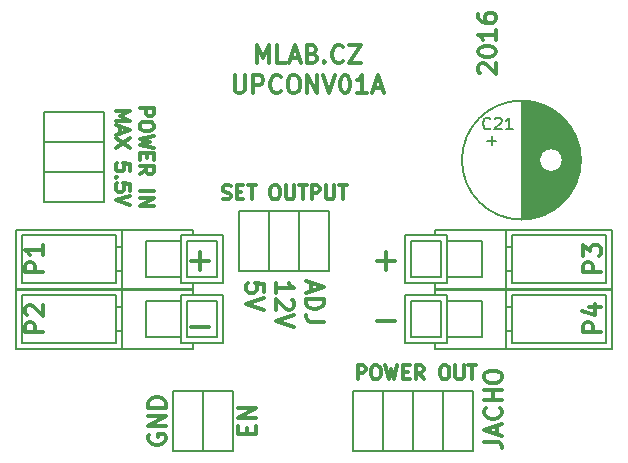
<source format=gbr>
G04 #@! TF.FileFunction,Legend,Top*
%FSLAX46Y46*%
G04 Gerber Fmt 4.6, Leading zero omitted, Abs format (unit mm)*
G04 Created by KiCad (PCBNEW (2016-09-17 revision 679eef1)-makepkg) date 09/26/16 15:43:46*
%MOMM*%
%LPD*%
G01*
G04 APERTURE LIST*
%ADD10C,0.500000*%
%ADD11C,0.300000*%
%ADD12C,0.150000*%
%ADD13C,0.304800*%
G04 APERTURE END LIST*
D10*
D11*
X8601142Y30301714D02*
X9801142Y30301714D01*
X8944000Y29901714D01*
X9801142Y29501714D01*
X8601142Y29501714D01*
X8944000Y28987428D02*
X8944000Y28416000D01*
X8601142Y29101714D02*
X9801142Y28701714D01*
X8601142Y28301714D01*
X9801142Y28016000D02*
X8601142Y27216000D01*
X9801142Y27216000D02*
X8601142Y28016000D01*
X9801142Y25273142D02*
X9801142Y25844571D01*
X9229714Y25901714D01*
X9286857Y25844571D01*
X9344000Y25730285D01*
X9344000Y25444571D01*
X9286857Y25330285D01*
X9229714Y25273142D01*
X9115428Y25216000D01*
X8829714Y25216000D01*
X8715428Y25273142D01*
X8658285Y25330285D01*
X8601142Y25444571D01*
X8601142Y25730285D01*
X8658285Y25844571D01*
X8715428Y25901714D01*
X8715428Y24701714D02*
X8658285Y24644571D01*
X8601142Y24701714D01*
X8658285Y24758857D01*
X8715428Y24701714D01*
X8601142Y24701714D01*
X9801142Y23558857D02*
X9801142Y24130285D01*
X9229714Y24187428D01*
X9286857Y24130285D01*
X9344000Y24016000D01*
X9344000Y23730285D01*
X9286857Y23616000D01*
X9229714Y23558857D01*
X9115428Y23501714D01*
X8829714Y23501714D01*
X8715428Y23558857D01*
X8658285Y23616000D01*
X8601142Y23730285D01*
X8601142Y24016000D01*
X8658285Y24130285D01*
X8715428Y24187428D01*
X9801142Y23158857D02*
X8601142Y22758857D01*
X9801142Y22358857D01*
X10633142Y30558857D02*
X11833142Y30558857D01*
X11833142Y30101714D01*
X11776000Y29987428D01*
X11718857Y29930285D01*
X11604571Y29873142D01*
X11433142Y29873142D01*
X11318857Y29930285D01*
X11261714Y29987428D01*
X11204571Y30101714D01*
X11204571Y30558857D01*
X11833142Y29130285D02*
X11833142Y28901714D01*
X11776000Y28787428D01*
X11661714Y28673142D01*
X11433142Y28616000D01*
X11033142Y28616000D01*
X10804571Y28673142D01*
X10690285Y28787428D01*
X10633142Y28901714D01*
X10633142Y29130285D01*
X10690285Y29244571D01*
X10804571Y29358857D01*
X11033142Y29416000D01*
X11433142Y29416000D01*
X11661714Y29358857D01*
X11776000Y29244571D01*
X11833142Y29130285D01*
X11833142Y28216000D02*
X10633142Y27930285D01*
X11490285Y27701714D01*
X10633142Y27473142D01*
X11833142Y27187428D01*
X11261714Y26730285D02*
X11261714Y26330285D01*
X10633142Y26158857D02*
X10633142Y26730285D01*
X11833142Y26730285D01*
X11833142Y26158857D01*
X10633142Y24958857D02*
X11204571Y25358857D01*
X10633142Y25644571D02*
X11833142Y25644571D01*
X11833142Y25187428D01*
X11776000Y25073142D01*
X11718857Y25016000D01*
X11604571Y24958857D01*
X11433142Y24958857D01*
X11318857Y25016000D01*
X11261714Y25073142D01*
X11204571Y25187428D01*
X11204571Y25644571D01*
X10633142Y23530285D02*
X11833142Y23530285D01*
X10633142Y22958857D02*
X11833142Y22958857D01*
X10633142Y22273142D01*
X11833142Y22273142D01*
X11442000Y2921142D02*
X11370571Y2778285D01*
X11370571Y2564000D01*
X11442000Y2349714D01*
X11584857Y2206857D01*
X11727714Y2135428D01*
X12013428Y2064000D01*
X12227714Y2064000D01*
X12513428Y2135428D01*
X12656285Y2206857D01*
X12799142Y2349714D01*
X12870571Y2564000D01*
X12870571Y2706857D01*
X12799142Y2921142D01*
X12727714Y2992571D01*
X12227714Y2992571D01*
X12227714Y2706857D01*
X12870571Y3635428D02*
X11370571Y3635428D01*
X12870571Y4492571D01*
X11370571Y4492571D01*
X12870571Y5206857D02*
X11370571Y5206857D01*
X11370571Y5564000D01*
X11442000Y5778285D01*
X11584857Y5921142D01*
X11727714Y5992571D01*
X12013428Y6064000D01*
X12227714Y6064000D01*
X12513428Y5992571D01*
X12656285Y5921142D01*
X12799142Y5778285D01*
X12870571Y5564000D01*
X12870571Y5206857D01*
X19704857Y2956857D02*
X19704857Y3456857D01*
X20490571Y3671142D02*
X20490571Y2956857D01*
X18990571Y2956857D01*
X18990571Y3671142D01*
X20490571Y4314000D02*
X18990571Y4314000D01*
X20490571Y5171142D01*
X18990571Y5171142D01*
X14986095Y12049142D02*
X16509904Y12049142D01*
X30734095Y12557142D02*
X32257904Y12557142D01*
X14986095Y17637142D02*
X16509904Y17637142D01*
X15748000Y16875238D02*
X15748000Y18399047D01*
X30734095Y17637142D02*
X32257904Y17637142D01*
X31496000Y16875238D02*
X31496000Y18399047D01*
X29093142Y7585142D02*
X29093142Y8785142D01*
X29550285Y8785142D01*
X29664571Y8728000D01*
X29721714Y8670857D01*
X29778857Y8556571D01*
X29778857Y8385142D01*
X29721714Y8270857D01*
X29664571Y8213714D01*
X29550285Y8156571D01*
X29093142Y8156571D01*
X30521714Y8785142D02*
X30750285Y8785142D01*
X30864571Y8728000D01*
X30978857Y8613714D01*
X31036000Y8385142D01*
X31036000Y7985142D01*
X30978857Y7756571D01*
X30864571Y7642285D01*
X30750285Y7585142D01*
X30521714Y7585142D01*
X30407428Y7642285D01*
X30293142Y7756571D01*
X30236000Y7985142D01*
X30236000Y8385142D01*
X30293142Y8613714D01*
X30407428Y8728000D01*
X30521714Y8785142D01*
X31436000Y8785142D02*
X31721714Y7585142D01*
X31950285Y8442285D01*
X32178857Y7585142D01*
X32464571Y8785142D01*
X32921714Y8213714D02*
X33321714Y8213714D01*
X33493142Y7585142D02*
X32921714Y7585142D01*
X32921714Y8785142D01*
X33493142Y8785142D01*
X34693142Y7585142D02*
X34293142Y8156571D01*
X34007428Y7585142D02*
X34007428Y8785142D01*
X34464571Y8785142D01*
X34578857Y8728000D01*
X34636000Y8670857D01*
X34693142Y8556571D01*
X34693142Y8385142D01*
X34636000Y8270857D01*
X34578857Y8213714D01*
X34464571Y8156571D01*
X34007428Y8156571D01*
X36350285Y8785142D02*
X36578857Y8785142D01*
X36693142Y8728000D01*
X36807428Y8613714D01*
X36864571Y8385142D01*
X36864571Y7985142D01*
X36807428Y7756571D01*
X36693142Y7642285D01*
X36578857Y7585142D01*
X36350285Y7585142D01*
X36236000Y7642285D01*
X36121714Y7756571D01*
X36064571Y7985142D01*
X36064571Y8385142D01*
X36121714Y8613714D01*
X36236000Y8728000D01*
X36350285Y8785142D01*
X37378857Y8785142D02*
X37378857Y7813714D01*
X37436000Y7699428D01*
X37493142Y7642285D01*
X37607428Y7585142D01*
X37836000Y7585142D01*
X37950285Y7642285D01*
X38007428Y7699428D01*
X38064571Y7813714D01*
X38064571Y8785142D01*
X38464571Y8785142D02*
X39150285Y8785142D01*
X38807428Y7585142D02*
X38807428Y8785142D01*
X25150000Y15775285D02*
X25150000Y15061000D01*
X24721428Y15918142D02*
X26221428Y15418142D01*
X24721428Y14918142D01*
X24721428Y14418142D02*
X26221428Y14418142D01*
X26221428Y14061000D01*
X26150000Y13846714D01*
X26007142Y13703857D01*
X25864285Y13632428D01*
X25578571Y13561000D01*
X25364285Y13561000D01*
X25078571Y13632428D01*
X24935714Y13703857D01*
X24792857Y13846714D01*
X24721428Y14061000D01*
X24721428Y14418142D01*
X26221428Y12489571D02*
X25150000Y12489571D01*
X24935714Y12561000D01*
X24792857Y12703857D01*
X24721428Y12918142D01*
X24721428Y13061000D01*
X22181428Y14918142D02*
X22181428Y15775285D01*
X22181428Y15346714D02*
X23681428Y15346714D01*
X23467142Y15489571D01*
X23324285Y15632428D01*
X23252857Y15775285D01*
X23538571Y14346714D02*
X23610000Y14275285D01*
X23681428Y14132428D01*
X23681428Y13775285D01*
X23610000Y13632428D01*
X23538571Y13561000D01*
X23395714Y13489571D01*
X23252857Y13489571D01*
X23038571Y13561000D01*
X22181428Y14418142D01*
X22181428Y13489571D01*
X23681428Y13061000D02*
X22181428Y12561000D01*
X23681428Y12061000D01*
X21141428Y14989571D02*
X21141428Y15703857D01*
X20427142Y15775285D01*
X20498571Y15703857D01*
X20570000Y15561000D01*
X20570000Y15203857D01*
X20498571Y15061000D01*
X20427142Y14989571D01*
X20284285Y14918142D01*
X19927142Y14918142D01*
X19784285Y14989571D01*
X19712857Y15061000D01*
X19641428Y15203857D01*
X19641428Y15561000D01*
X19712857Y15703857D01*
X19784285Y15775285D01*
X21141428Y14489571D02*
X19641428Y13989571D01*
X21141428Y13489571D01*
X17660000Y22882285D02*
X17831428Y22825142D01*
X18117142Y22825142D01*
X18231428Y22882285D01*
X18288571Y22939428D01*
X18345714Y23053714D01*
X18345714Y23168000D01*
X18288571Y23282285D01*
X18231428Y23339428D01*
X18117142Y23396571D01*
X17888571Y23453714D01*
X17774285Y23510857D01*
X17717142Y23568000D01*
X17660000Y23682285D01*
X17660000Y23796571D01*
X17717142Y23910857D01*
X17774285Y23968000D01*
X17888571Y24025142D01*
X18174285Y24025142D01*
X18345714Y23968000D01*
X18860000Y23453714D02*
X19260000Y23453714D01*
X19431428Y22825142D02*
X18860000Y22825142D01*
X18860000Y24025142D01*
X19431428Y24025142D01*
X19774285Y24025142D02*
X20460000Y24025142D01*
X20117142Y22825142D02*
X20117142Y24025142D01*
X22002857Y24025142D02*
X22231428Y24025142D01*
X22345714Y23968000D01*
X22460000Y23853714D01*
X22517142Y23625142D01*
X22517142Y23225142D01*
X22460000Y22996571D01*
X22345714Y22882285D01*
X22231428Y22825142D01*
X22002857Y22825142D01*
X21888571Y22882285D01*
X21774285Y22996571D01*
X21717142Y23225142D01*
X21717142Y23625142D01*
X21774285Y23853714D01*
X21888571Y23968000D01*
X22002857Y24025142D01*
X23031428Y24025142D02*
X23031428Y23053714D01*
X23088571Y22939428D01*
X23145714Y22882285D01*
X23260000Y22825142D01*
X23488571Y22825142D01*
X23602857Y22882285D01*
X23660000Y22939428D01*
X23717142Y23053714D01*
X23717142Y24025142D01*
X24117142Y24025142D02*
X24802857Y24025142D01*
X24460000Y22825142D02*
X24460000Y24025142D01*
X25202857Y22825142D02*
X25202857Y24025142D01*
X25660000Y24025142D01*
X25774285Y23968000D01*
X25831428Y23910857D01*
X25888571Y23796571D01*
X25888571Y23625142D01*
X25831428Y23510857D01*
X25774285Y23453714D01*
X25660000Y23396571D01*
X25202857Y23396571D01*
X26402857Y24025142D02*
X26402857Y23053714D01*
X26460000Y22939428D01*
X26517142Y22882285D01*
X26631428Y22825142D01*
X26860000Y22825142D01*
X26974285Y22882285D01*
X27031428Y22939428D01*
X27088571Y23053714D01*
X27088571Y24025142D01*
X27488571Y24025142D02*
X28174285Y24025142D01*
X27831428Y22825142D02*
X27831428Y24025142D01*
X39818571Y2330000D02*
X40890000Y2330000D01*
X41104285Y2258571D01*
X41247142Y2115714D01*
X41318571Y1901428D01*
X41318571Y1758571D01*
X40890000Y2972857D02*
X40890000Y3687142D01*
X41318571Y2830000D02*
X39818571Y3330000D01*
X41318571Y3830000D01*
X41175714Y5187142D02*
X41247142Y5115714D01*
X41318571Y4901428D01*
X41318571Y4758571D01*
X41247142Y4544285D01*
X41104285Y4401428D01*
X40961428Y4330000D01*
X40675714Y4258571D01*
X40461428Y4258571D01*
X40175714Y4330000D01*
X40032857Y4401428D01*
X39890000Y4544285D01*
X39818571Y4758571D01*
X39818571Y4901428D01*
X39890000Y5115714D01*
X39961428Y5187142D01*
X41318571Y5830000D02*
X39818571Y5830000D01*
X40532857Y5830000D02*
X40532857Y6687142D01*
X41318571Y6687142D02*
X39818571Y6687142D01*
X39818571Y7687142D02*
X39818571Y7972857D01*
X39890000Y8115714D01*
X40032857Y8258571D01*
X40318571Y8330000D01*
X40818571Y8330000D01*
X41104285Y8258571D01*
X41247142Y8115714D01*
X41318571Y7972857D01*
X41318571Y7687142D01*
X41247142Y7544285D01*
X41104285Y7401428D01*
X40818571Y7330000D01*
X40318571Y7330000D01*
X40032857Y7401428D01*
X39890000Y7544285D01*
X39818571Y7687142D01*
X39453428Y33496571D02*
X39382000Y33568000D01*
X39310571Y33710857D01*
X39310571Y34068000D01*
X39382000Y34210857D01*
X39453428Y34282285D01*
X39596285Y34353714D01*
X39739142Y34353714D01*
X39953428Y34282285D01*
X40810571Y33425142D01*
X40810571Y34353714D01*
X39310571Y35282285D02*
X39310571Y35425142D01*
X39382000Y35568000D01*
X39453428Y35639428D01*
X39596285Y35710857D01*
X39882000Y35782285D01*
X40239142Y35782285D01*
X40524857Y35710857D01*
X40667714Y35639428D01*
X40739142Y35568000D01*
X40810571Y35425142D01*
X40810571Y35282285D01*
X40739142Y35139428D01*
X40667714Y35068000D01*
X40524857Y34996571D01*
X40239142Y34925142D01*
X39882000Y34925142D01*
X39596285Y34996571D01*
X39453428Y35068000D01*
X39382000Y35139428D01*
X39310571Y35282285D01*
X40810571Y37210857D02*
X40810571Y36353714D01*
X40810571Y36782285D02*
X39310571Y36782285D01*
X39524857Y36639428D01*
X39667714Y36496571D01*
X39739142Y36353714D01*
X39310571Y38496571D02*
X39310571Y38210857D01*
X39382000Y38068000D01*
X39453428Y37996571D01*
X39667714Y37853714D01*
X39953428Y37782285D01*
X40524857Y37782285D01*
X40667714Y37853714D01*
X40739142Y37925142D01*
X40810571Y38068000D01*
X40810571Y38353714D01*
X40739142Y38496571D01*
X40667714Y38568000D01*
X40524857Y38639428D01*
X40167714Y38639428D01*
X40024857Y38568000D01*
X39953428Y38496571D01*
X39882000Y38353714D01*
X39882000Y38068000D01*
X39953428Y37925142D01*
X40024857Y37853714D01*
X40167714Y37782285D01*
X20570571Y34373428D02*
X20570571Y35873428D01*
X21070571Y34802000D01*
X21570571Y35873428D01*
X21570571Y34373428D01*
X22999142Y34373428D02*
X22284857Y34373428D01*
X22284857Y35873428D01*
X23427714Y34802000D02*
X24142000Y34802000D01*
X23284857Y34373428D02*
X23784857Y35873428D01*
X24284857Y34373428D01*
X25284857Y35159142D02*
X25499142Y35087714D01*
X25570571Y35016285D01*
X25642000Y34873428D01*
X25642000Y34659142D01*
X25570571Y34516285D01*
X25499142Y34444857D01*
X25356285Y34373428D01*
X24784857Y34373428D01*
X24784857Y35873428D01*
X25284857Y35873428D01*
X25427714Y35802000D01*
X25499142Y35730571D01*
X25570571Y35587714D01*
X25570571Y35444857D01*
X25499142Y35302000D01*
X25427714Y35230571D01*
X25284857Y35159142D01*
X24784857Y35159142D01*
X26284857Y34516285D02*
X26356285Y34444857D01*
X26284857Y34373428D01*
X26213428Y34444857D01*
X26284857Y34516285D01*
X26284857Y34373428D01*
X27856285Y34516285D02*
X27784857Y34444857D01*
X27570571Y34373428D01*
X27427714Y34373428D01*
X27213428Y34444857D01*
X27070571Y34587714D01*
X26999142Y34730571D01*
X26927714Y35016285D01*
X26927714Y35230571D01*
X26999142Y35516285D01*
X27070571Y35659142D01*
X27213428Y35802000D01*
X27427714Y35873428D01*
X27570571Y35873428D01*
X27784857Y35802000D01*
X27856285Y35730571D01*
X28356285Y35873428D02*
X29356285Y35873428D01*
X28356285Y34373428D01*
X29356285Y34373428D01*
X18677714Y33333428D02*
X18677714Y32119142D01*
X18749142Y31976285D01*
X18820571Y31904857D01*
X18963428Y31833428D01*
X19249142Y31833428D01*
X19392000Y31904857D01*
X19463428Y31976285D01*
X19534857Y32119142D01*
X19534857Y33333428D01*
X20249142Y31833428D02*
X20249142Y33333428D01*
X20820571Y33333428D01*
X20963428Y33262000D01*
X21034857Y33190571D01*
X21106285Y33047714D01*
X21106285Y32833428D01*
X21034857Y32690571D01*
X20963428Y32619142D01*
X20820571Y32547714D01*
X20249142Y32547714D01*
X22606285Y31976285D02*
X22534857Y31904857D01*
X22320571Y31833428D01*
X22177714Y31833428D01*
X21963428Y31904857D01*
X21820571Y32047714D01*
X21749142Y32190571D01*
X21677714Y32476285D01*
X21677714Y32690571D01*
X21749142Y32976285D01*
X21820571Y33119142D01*
X21963428Y33262000D01*
X22177714Y33333428D01*
X22320571Y33333428D01*
X22534857Y33262000D01*
X22606285Y33190571D01*
X23534857Y33333428D02*
X23820571Y33333428D01*
X23963428Y33262000D01*
X24106285Y33119142D01*
X24177714Y32833428D01*
X24177714Y32333428D01*
X24106285Y32047714D01*
X23963428Y31904857D01*
X23820571Y31833428D01*
X23534857Y31833428D01*
X23392000Y31904857D01*
X23249142Y32047714D01*
X23177714Y32333428D01*
X23177714Y32833428D01*
X23249142Y33119142D01*
X23392000Y33262000D01*
X23534857Y33333428D01*
X24820571Y31833428D02*
X24820571Y33333428D01*
X25677714Y31833428D01*
X25677714Y33333428D01*
X26177714Y33333428D02*
X26677714Y31833428D01*
X27177714Y33333428D01*
X27963428Y33333428D02*
X28106285Y33333428D01*
X28249142Y33262000D01*
X28320571Y33190571D01*
X28392000Y33047714D01*
X28463428Y32762000D01*
X28463428Y32404857D01*
X28392000Y32119142D01*
X28320571Y31976285D01*
X28249142Y31904857D01*
X28106285Y31833428D01*
X27963428Y31833428D01*
X27820571Y31904857D01*
X27749142Y31976285D01*
X27677714Y32119142D01*
X27606285Y32404857D01*
X27606285Y32762000D01*
X27677714Y33047714D01*
X27749142Y33190571D01*
X27820571Y33262000D01*
X27963428Y33333428D01*
X29892000Y31833428D02*
X29034857Y31833428D01*
X29463428Y31833428D02*
X29463428Y33333428D01*
X29320571Y33119142D01*
X29177714Y32976285D01*
X29034857Y32904857D01*
X30463428Y32262000D02*
X31177714Y32262000D01*
X30320571Y31833428D02*
X30820571Y33333428D01*
X31320571Y31833428D01*
D12*
X35640000Y15200000D02*
X35640000Y14700000D01*
X35640000Y10700000D02*
X35640000Y10200000D01*
X41640000Y15200100D02*
X41640000Y10199900D01*
X50640000Y15200100D02*
X50640000Y10199900D01*
X33640000Y14201000D02*
X33640000Y11199000D01*
X36139900Y14201000D02*
X36139900Y11199000D01*
X33139900Y10700000D02*
X33139900Y14700000D01*
X36640000Y10700000D02*
X36640000Y14700000D01*
X39640000Y14200100D02*
X39640000Y11199900D01*
X42140100Y10700000D02*
X42140100Y14700000D01*
X50140100Y14700000D02*
X50140100Y10700000D01*
X42140100Y13700000D02*
X41640000Y13700000D01*
X36139900Y14200000D02*
X33640000Y14200000D01*
X36640000Y14700000D02*
X33139900Y14700000D01*
X42140100Y11700000D02*
X41640000Y11700000D01*
X36139900Y11200000D02*
X33640000Y11200000D01*
X36640000Y10700000D02*
X33139000Y10700000D01*
X39640000Y14200000D02*
X36640000Y14200000D01*
X50140100Y14700000D02*
X42140100Y14700000D01*
X41640000Y15200000D02*
X35640000Y15200000D01*
X39640000Y11200000D02*
X36640000Y11200000D01*
X50140100Y10700000D02*
X42140100Y10700000D01*
X41640000Y10200000D02*
X35640000Y10200000D01*
X41640000Y15200000D02*
X50640000Y15200000D01*
X50640000Y10200000D02*
X41640000Y10200000D01*
X35640000Y20280000D02*
X35640000Y19780000D01*
X35640000Y15780000D02*
X35640000Y15280000D01*
X41640000Y20280100D02*
X41640000Y15279900D01*
X50640000Y20280100D02*
X50640000Y15279900D01*
X33640000Y19281000D02*
X33640000Y16279000D01*
X36139900Y19281000D02*
X36139900Y16279000D01*
X33139900Y15780000D02*
X33139900Y19780000D01*
X36640000Y15780000D02*
X36640000Y19780000D01*
X39640000Y19280100D02*
X39640000Y16279900D01*
X42140100Y15780000D02*
X42140100Y19780000D01*
X50140100Y19780000D02*
X50140100Y15780000D01*
X42140100Y18780000D02*
X41640000Y18780000D01*
X36139900Y19280000D02*
X33640000Y19280000D01*
X36640000Y19780000D02*
X33139900Y19780000D01*
X42140100Y16780000D02*
X41640000Y16780000D01*
X36139900Y16280000D02*
X33640000Y16280000D01*
X36640000Y15780000D02*
X33139000Y15780000D01*
X39640000Y19280000D02*
X36640000Y19280000D01*
X50140100Y19780000D02*
X42140100Y19780000D01*
X41640000Y20280000D02*
X35640000Y20280000D01*
X39640000Y16280000D02*
X36640000Y16280000D01*
X50140100Y15780000D02*
X42140100Y15780000D01*
X41640000Y15280000D02*
X35640000Y15280000D01*
X41640000Y20280000D02*
X50640000Y20280000D01*
X50640000Y15280000D02*
X41640000Y15280000D01*
X15160000Y10200000D02*
X15160000Y10700000D01*
X15160000Y14700000D02*
X15160000Y15200000D01*
X9160000Y10199900D02*
X9160000Y15200100D01*
X160000Y10199900D02*
X160000Y15200100D01*
X17160000Y11199000D02*
X17160000Y14201000D01*
X14660100Y11199000D02*
X14660100Y14201000D01*
X17660100Y14700000D02*
X17660100Y10700000D01*
X14160000Y14700000D02*
X14160000Y10700000D01*
X11160000Y11199900D02*
X11160000Y14200100D01*
X8659900Y14700000D02*
X8659900Y10700000D01*
X659900Y10700000D02*
X659900Y14700000D01*
X8659900Y11700000D02*
X9160000Y11700000D01*
X14660100Y11200000D02*
X17160000Y11200000D01*
X14160000Y10700000D02*
X17660100Y10700000D01*
X8659900Y13700000D02*
X9160000Y13700000D01*
X14660100Y14200000D02*
X17160000Y14200000D01*
X14160000Y14700000D02*
X17661000Y14700000D01*
X11160000Y11200000D02*
X14160000Y11200000D01*
X659900Y10700000D02*
X8659900Y10700000D01*
X9160000Y10200000D02*
X15160000Y10200000D01*
X11160000Y14200000D02*
X14160000Y14200000D01*
X659900Y14700000D02*
X8659900Y14700000D01*
X9160000Y15200000D02*
X15160000Y15200000D01*
X9160000Y10200000D02*
X160000Y10200000D01*
X160000Y15200000D02*
X9160000Y15200000D01*
X15160000Y15280000D02*
X15160000Y15780000D01*
X15160000Y19780000D02*
X15160000Y20280000D01*
X9160000Y15279900D02*
X9160000Y20280100D01*
X160000Y15279900D02*
X160000Y20280100D01*
X17160000Y16279000D02*
X17160000Y19281000D01*
X14660100Y16279000D02*
X14660100Y19281000D01*
X17660100Y19780000D02*
X17660100Y15780000D01*
X14160000Y19780000D02*
X14160000Y15780000D01*
X11160000Y16279900D02*
X11160000Y19280100D01*
X8659900Y19780000D02*
X8659900Y15780000D01*
X659900Y15780000D02*
X659900Y19780000D01*
X8659900Y16780000D02*
X9160000Y16780000D01*
X14660100Y16280000D02*
X17160000Y16280000D01*
X14160000Y15780000D02*
X17660100Y15780000D01*
X8659900Y18780000D02*
X9160000Y18780000D01*
X14660100Y19280000D02*
X17160000Y19280000D01*
X14160000Y19780000D02*
X17661000Y19780000D01*
X11160000Y16280000D02*
X14160000Y16280000D01*
X659900Y15780000D02*
X8659900Y15780000D01*
X9160000Y15280000D02*
X15160000Y15280000D01*
X11160000Y19280000D02*
X14160000Y19280000D01*
X659900Y19780000D02*
X8659900Y19780000D01*
X9160000Y20280000D02*
X15160000Y20280000D01*
X9160000Y15280000D02*
X160000Y15280000D01*
X160000Y20280000D02*
X9160000Y20280000D01*
X2540000Y22606000D02*
X2540000Y25146000D01*
X2540000Y25146000D02*
X7620000Y25146000D01*
X7620000Y25146000D02*
X7620000Y22606000D01*
X7620000Y22606000D02*
X2540000Y22606000D01*
X2540000Y25146000D02*
X2540000Y27686000D01*
X2540000Y27686000D02*
X7620000Y27686000D01*
X7620000Y27686000D02*
X7620000Y25146000D01*
X7620000Y25146000D02*
X2540000Y25146000D01*
X13462000Y6604000D02*
X16002000Y6604000D01*
X16002000Y6604000D02*
X16002000Y1524000D01*
X16002000Y1524000D02*
X13462000Y1524000D01*
X13462000Y1524000D02*
X13462000Y6604000D01*
X33782000Y1524000D02*
X31242000Y1524000D01*
X31242000Y1524000D02*
X31242000Y6604000D01*
X31242000Y6604000D02*
X33782000Y6604000D01*
X33782000Y6604000D02*
X33782000Y1524000D01*
X36322000Y1524000D02*
X33782000Y1524000D01*
X33782000Y1524000D02*
X33782000Y6604000D01*
X33782000Y6604000D02*
X36322000Y6604000D01*
X36322000Y6604000D02*
X36322000Y1524000D01*
X38862000Y1524000D02*
X36322000Y1524000D01*
X36322000Y1524000D02*
X36322000Y6604000D01*
X36322000Y6604000D02*
X38862000Y6604000D01*
X38862000Y6604000D02*
X38862000Y1524000D01*
X26670000Y16764000D02*
X24130000Y16764000D01*
X24130000Y16764000D02*
X24130000Y21844000D01*
X24130000Y21844000D02*
X26670000Y21844000D01*
X26670000Y21844000D02*
X26670000Y16764000D01*
X21590000Y16764000D02*
X19050000Y16764000D01*
X19050000Y16764000D02*
X19050000Y21844000D01*
X19050000Y21844000D02*
X21590000Y21844000D01*
X21590000Y21844000D02*
X21590000Y16764000D01*
X24130000Y16764000D02*
X21590000Y16764000D01*
X21590000Y16764000D02*
X21590000Y21844000D01*
X21590000Y21844000D02*
X24130000Y21844000D01*
X24130000Y21844000D02*
X24130000Y16764000D01*
X2540000Y27686000D02*
X2540000Y30226000D01*
X2540000Y30226000D02*
X7620000Y30226000D01*
X7620000Y30226000D02*
X7620000Y27686000D01*
X7620000Y27686000D02*
X2540000Y27686000D01*
X16002000Y6604000D02*
X18542000Y6604000D01*
X18542000Y6604000D02*
X18542000Y1524000D01*
X18542000Y1524000D02*
X16002000Y1524000D01*
X16002000Y1524000D02*
X16002000Y6604000D01*
X31242000Y1524000D02*
X28702000Y1524000D01*
X28702000Y1524000D02*
X28702000Y6604000D01*
X28702000Y6604000D02*
X31242000Y6604000D01*
X31242000Y6604000D02*
X31242000Y1524000D01*
X43041000Y31161000D02*
X43041000Y21163000D01*
X43181000Y31157000D02*
X43181000Y21167000D01*
X43321000Y31149000D02*
X43321000Y21175000D01*
X43461000Y31137000D02*
X43461000Y21187000D01*
X43601000Y31122000D02*
X43601000Y21202000D01*
X43741000Y31102000D02*
X43741000Y21222000D01*
X43881000Y31078000D02*
X43881000Y21246000D01*
X44021000Y31049000D02*
X44021000Y21275000D01*
X44161000Y31017000D02*
X44161000Y21307000D01*
X44301000Y30980000D02*
X44301000Y21344000D01*
X44441000Y30939000D02*
X44441000Y21385000D01*
X44581000Y30894000D02*
X44581000Y26628000D01*
X44581000Y25696000D02*
X44581000Y21430000D01*
X44721000Y30844000D02*
X44721000Y26829000D01*
X44721000Y25495000D02*
X44721000Y21480000D01*
X44861000Y30789000D02*
X44861000Y26958000D01*
X44861000Y25366000D02*
X44861000Y21535000D01*
X45001000Y30729000D02*
X45001000Y27047000D01*
X45001000Y25277000D02*
X45001000Y21595000D01*
X45141000Y30664000D02*
X45141000Y27108000D01*
X45141000Y25216000D02*
X45141000Y21660000D01*
X45281000Y30594000D02*
X45281000Y27145000D01*
X45281000Y25179000D02*
X45281000Y21730000D01*
X45421000Y30518000D02*
X45421000Y27161000D01*
X45421000Y25163000D02*
X45421000Y21806000D01*
X45561000Y30436000D02*
X45561000Y27157000D01*
X45561000Y25167000D02*
X45561000Y21888000D01*
X45701000Y30348000D02*
X45701000Y27134000D01*
X45701000Y25190000D02*
X45701000Y21976000D01*
X45841000Y30253000D02*
X45841000Y27089000D01*
X45841000Y25235000D02*
X45841000Y22071000D01*
X45981000Y30151000D02*
X45981000Y27019000D01*
X45981000Y25305000D02*
X45981000Y22173000D01*
X46121000Y30041000D02*
X46121000Y26918000D01*
X46121000Y25406000D02*
X46121000Y22283000D01*
X46261000Y29923000D02*
X46261000Y26769000D01*
X46261000Y25555000D02*
X46261000Y22401000D01*
X46401000Y29795000D02*
X46401000Y26517000D01*
X46401000Y25807000D02*
X46401000Y22529000D01*
X46541000Y29658000D02*
X46541000Y22666000D01*
X46681000Y29508000D02*
X46681000Y22816000D01*
X46821000Y29346000D02*
X46821000Y22978000D01*
X46961000Y29169000D02*
X46961000Y23155000D01*
X47101000Y28973000D02*
X47101000Y23351000D01*
X47241000Y28755000D02*
X47241000Y23569000D01*
X47381000Y28509000D02*
X47381000Y23815000D01*
X47521000Y28224000D02*
X47521000Y24100000D01*
X47661000Y27882000D02*
X47661000Y24442000D01*
X47801000Y27436000D02*
X47801000Y24888000D01*
X47941000Y26661000D02*
X47941000Y25663000D01*
X46466000Y26162000D02*
G75*
G03X46466000Y26162000I-1000000J0D01*
G01*
X48003500Y26162000D02*
G75*
G03X48003500Y26162000I-5037500J0D01*
G01*
D13*
X49711428Y11575142D02*
X48187428Y11575142D01*
X48187428Y12155714D01*
X48260000Y12300857D01*
X48332571Y12373428D01*
X48477714Y12446000D01*
X48695428Y12446000D01*
X48840571Y12373428D01*
X48913142Y12300857D01*
X48985714Y12155714D01*
X48985714Y11575142D01*
X48695428Y13752285D02*
X49711428Y13752285D01*
X48114857Y13389428D02*
X49203428Y13026571D01*
X49203428Y13970000D01*
X49711428Y16655142D02*
X48187428Y16655142D01*
X48187428Y17235714D01*
X48260000Y17380857D01*
X48332571Y17453428D01*
X48477714Y17526000D01*
X48695428Y17526000D01*
X48840571Y17453428D01*
X48913142Y17380857D01*
X48985714Y17235714D01*
X48985714Y16655142D01*
X48187428Y18034000D02*
X48187428Y18977428D01*
X48768000Y18469428D01*
X48768000Y18687142D01*
X48840571Y18832285D01*
X48913142Y18904857D01*
X49058285Y18977428D01*
X49421142Y18977428D01*
X49566285Y18904857D01*
X49638857Y18832285D01*
X49711428Y18687142D01*
X49711428Y18251714D01*
X49638857Y18106571D01*
X49566285Y18034000D01*
X2467428Y11575142D02*
X943428Y11575142D01*
X943428Y12155714D01*
X1016000Y12300857D01*
X1088571Y12373428D01*
X1233714Y12446000D01*
X1451428Y12446000D01*
X1596571Y12373428D01*
X1669142Y12300857D01*
X1741714Y12155714D01*
X1741714Y11575142D01*
X1088571Y13026571D02*
X1016000Y13099142D01*
X943428Y13244285D01*
X943428Y13607142D01*
X1016000Y13752285D01*
X1088571Y13824857D01*
X1233714Y13897428D01*
X1378857Y13897428D01*
X1596571Y13824857D01*
X2467428Y12954000D01*
X2467428Y13897428D01*
X2467428Y16655142D02*
X943428Y16655142D01*
X943428Y17235714D01*
X1016000Y17380857D01*
X1088571Y17453428D01*
X1233714Y17526000D01*
X1451428Y17526000D01*
X1596571Y17453428D01*
X1669142Y17380857D01*
X1741714Y17235714D01*
X1741714Y16655142D01*
X2467428Y18977428D02*
X2467428Y18106571D01*
X2467428Y18542000D02*
X943428Y18542000D01*
X1161142Y18396857D01*
X1306285Y18251714D01*
X1378857Y18106571D01*
D12*
X40331142Y28852857D02*
X40283523Y28805238D01*
X40140666Y28757619D01*
X40045428Y28757619D01*
X39902571Y28805238D01*
X39807333Y28900476D01*
X39759714Y28995714D01*
X39712095Y29186190D01*
X39712095Y29329047D01*
X39759714Y29519523D01*
X39807333Y29614761D01*
X39902571Y29710000D01*
X40045428Y29757619D01*
X40140666Y29757619D01*
X40283523Y29710000D01*
X40331142Y29662380D01*
X40712095Y29662380D02*
X40759714Y29710000D01*
X40854952Y29757619D01*
X41093047Y29757619D01*
X41188285Y29710000D01*
X41235904Y29662380D01*
X41283523Y29567142D01*
X41283523Y29471904D01*
X41235904Y29329047D01*
X40664476Y28757619D01*
X41283523Y28757619D01*
X42235904Y28757619D02*
X41664476Y28757619D01*
X41950190Y28757619D02*
X41950190Y29757619D01*
X41854952Y29614761D01*
X41759714Y29519523D01*
X41664476Y29471904D01*
X40085047Y27779671D02*
X40846952Y27779671D01*
X40466000Y27398719D02*
X40466000Y28160623D01*
M02*

</source>
